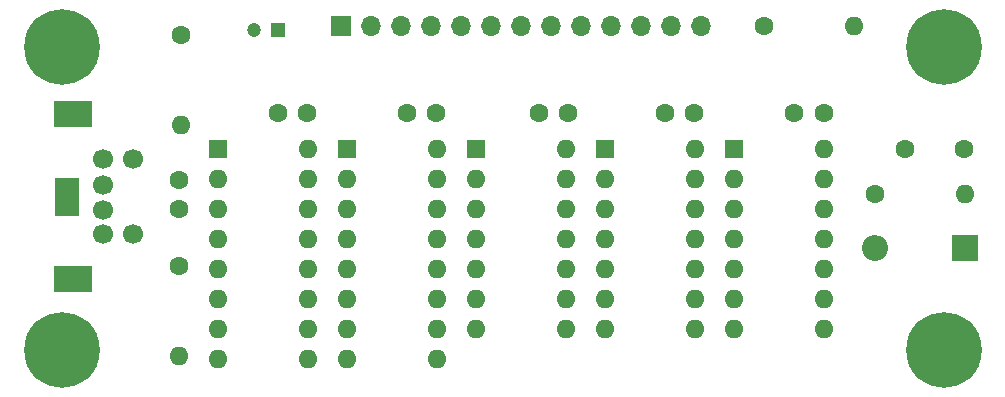
<source format=gts>
G04 #@! TF.GenerationSoftware,KiCad,Pcbnew,(5.1.9-0-10_14)*
G04 #@! TF.CreationDate,2021-06-10T12:32:47+02:00*
G04 #@! TF.ProjectId,keyboard,6b657962-6f61-4726-942e-6b696361645f,rev?*
G04 #@! TF.SameCoordinates,Original*
G04 #@! TF.FileFunction,Soldermask,Top*
G04 #@! TF.FilePolarity,Negative*
%FSLAX46Y46*%
G04 Gerber Fmt 4.6, Leading zero omitted, Abs format (unit mm)*
G04 Created by KiCad (PCBNEW (5.1.9-0-10_14)) date 2021-06-10 12:32:47*
%MOMM*%
%LPD*%
G01*
G04 APERTURE LIST*
%ADD10C,6.400000*%
%ADD11C,1.200000*%
%ADD12R,1.200000X1.200000*%
%ADD13R,3.200400X2.169160*%
%ADD14R,1.998980X3.200400*%
%ADD15C,1.700000*%
%ADD16O,1.600000X1.600000*%
%ADD17R,1.600000X1.600000*%
%ADD18C,1.600000*%
%ADD19O,2.200000X2.200000*%
%ADD20R,2.200000X2.200000*%
%ADD21O,1.700000X1.700000*%
%ADD22R,1.700000X1.700000*%
G04 APERTURE END LIST*
D10*
X154686000Y-89916000D03*
X154686000Y-64262000D03*
X80010000Y-89916000D03*
X80010000Y-64262000D03*
D11*
X96298000Y-62865000D03*
D12*
X98298000Y-62865000D03*
D13*
X81000600Y-69977000D03*
X81000600Y-83947000D03*
D14*
X80416400Y-76962000D03*
D15*
X83540600Y-80137000D03*
X83540600Y-73787000D03*
X86080600Y-73787000D03*
X86080600Y-80137000D03*
X83540600Y-78105000D03*
X83540600Y-75946000D03*
D16*
X144526000Y-72898000D03*
X136906000Y-88138000D03*
X144526000Y-75438000D03*
X136906000Y-85598000D03*
X144526000Y-77978000D03*
X136906000Y-83058000D03*
X144526000Y-80518000D03*
X136906000Y-80518000D03*
X144526000Y-83058000D03*
X136906000Y-77978000D03*
X144526000Y-85598000D03*
X136906000Y-75438000D03*
X144526000Y-88138000D03*
D17*
X136906000Y-72898000D03*
D18*
X156384000Y-72898000D03*
X151384000Y-72898000D03*
D16*
X147066000Y-62484000D03*
D18*
X139446000Y-62484000D03*
D16*
X90068400Y-70866000D03*
D18*
X90068400Y-63246000D03*
D16*
X89941400Y-90449400D03*
D18*
X89941400Y-82829400D03*
D16*
X156464000Y-76708000D03*
D18*
X148844000Y-76708000D03*
D19*
X148844000Y-81280000D03*
D20*
X156464000Y-81280000D03*
D18*
X144526000Y-69850000D03*
X142026000Y-69850000D03*
X133564000Y-69850000D03*
X131064000Y-69850000D03*
X122896000Y-69850000D03*
X120396000Y-69850000D03*
X111720000Y-69850000D03*
X109220000Y-69850000D03*
X100798000Y-69850000D03*
X98298000Y-69850000D03*
X89916000Y-75503400D03*
X89916000Y-78003400D03*
D16*
X133604000Y-72898000D03*
X125984000Y-88138000D03*
X133604000Y-75438000D03*
X125984000Y-85598000D03*
X133604000Y-77978000D03*
X125984000Y-83058000D03*
X133604000Y-80518000D03*
X125984000Y-80518000D03*
X133604000Y-83058000D03*
X125984000Y-77978000D03*
X133604000Y-85598000D03*
X125984000Y-75438000D03*
X133604000Y-88138000D03*
D17*
X125984000Y-72898000D03*
D16*
X122682000Y-72898000D03*
X115062000Y-88138000D03*
X122682000Y-75438000D03*
X115062000Y-85598000D03*
X122682000Y-77978000D03*
X115062000Y-83058000D03*
X122682000Y-80518000D03*
X115062000Y-80518000D03*
X122682000Y-83058000D03*
X115062000Y-77978000D03*
X122682000Y-85598000D03*
X115062000Y-75438000D03*
X122682000Y-88138000D03*
D17*
X115062000Y-72898000D03*
D16*
X111760000Y-72898000D03*
X104140000Y-90678000D03*
X111760000Y-75438000D03*
X104140000Y-88138000D03*
X111760000Y-77978000D03*
X104140000Y-85598000D03*
X111760000Y-80518000D03*
X104140000Y-83058000D03*
X111760000Y-83058000D03*
X104140000Y-80518000D03*
X111760000Y-85598000D03*
X104140000Y-77978000D03*
X111760000Y-88138000D03*
X104140000Y-75438000D03*
X111760000Y-90678000D03*
D17*
X104140000Y-72898000D03*
D16*
X100838000Y-72898000D03*
X93218000Y-90678000D03*
X100838000Y-75438000D03*
X93218000Y-88138000D03*
X100838000Y-77978000D03*
X93218000Y-85598000D03*
X100838000Y-80518000D03*
X93218000Y-83058000D03*
X100838000Y-83058000D03*
X93218000Y-80518000D03*
X100838000Y-85598000D03*
X93218000Y-77978000D03*
X100838000Y-88138000D03*
X93218000Y-75438000D03*
X100838000Y-90678000D03*
D17*
X93218000Y-72898000D03*
D21*
X134112000Y-62484000D03*
X131572000Y-62484000D03*
X129032000Y-62484000D03*
X126492000Y-62484000D03*
X123952000Y-62484000D03*
X121412000Y-62484000D03*
X118872000Y-62484000D03*
X116332000Y-62484000D03*
X113792000Y-62484000D03*
X111252000Y-62484000D03*
X108712000Y-62484000D03*
X106172000Y-62484000D03*
D22*
X103632000Y-62484000D03*
M02*

</source>
